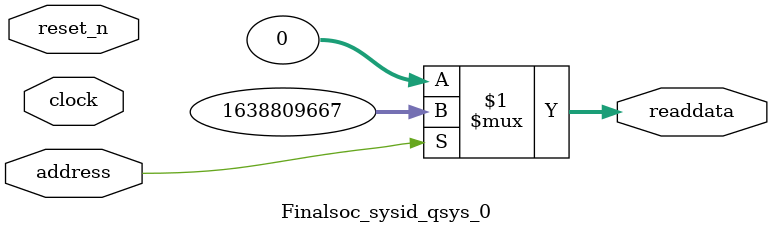
<source format=v>



// synthesis translate_off
`timescale 1ns / 1ps
// synthesis translate_on

// turn off superfluous verilog processor warnings 
// altera message_level Level1 
// altera message_off 10034 10035 10036 10037 10230 10240 10030 

module Finalsoc_sysid_qsys_0 (
               // inputs:
                address,
                clock,
                reset_n,

               // outputs:
                readdata
             )
;

  output  [ 31: 0] readdata;
  input            address;
  input            clock;
  input            reset_n;

  wire    [ 31: 0] readdata;
  //control_slave, which is an e_avalon_slave
  assign readdata = address ? 1638809667 : 0;

endmodule



</source>
